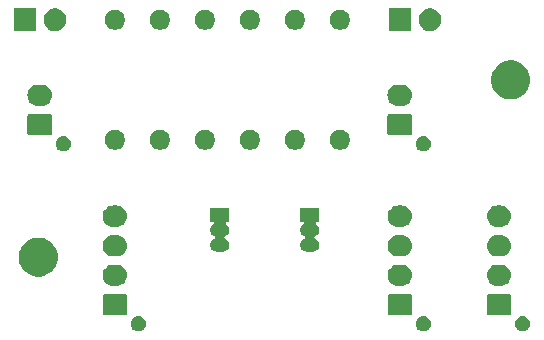
<source format=gbr>
G04 #@! TF.GenerationSoftware,KiCad,Pcbnew,(5.1.5)-3*
G04 #@! TF.CreationDate,2021-01-31T20:42:47+11:00*
G04 #@! TF.ProjectId,I2C_Interface,4932435f-496e-4746-9572-666163652e6b,rev?*
G04 #@! TF.SameCoordinates,Original*
G04 #@! TF.FileFunction,Soldermask,Top*
G04 #@! TF.FilePolarity,Negative*
%FSLAX46Y46*%
G04 Gerber Fmt 4.6, Leading zero omitted, Abs format (unit mm)*
G04 Created by KiCad (PCBNEW (5.1.5)-3) date 2021-01-31 20:42:47*
%MOMM*%
%LPD*%
G04 APERTURE LIST*
%ADD10C,0.100000*%
G04 APERTURE END LIST*
D10*
G36*
X192189890Y-113004017D02*
G01*
X192308364Y-113053091D01*
X192414988Y-113124335D01*
X192505665Y-113215012D01*
X192576909Y-113321636D01*
X192625983Y-113440110D01*
X192651000Y-113565882D01*
X192651000Y-113694118D01*
X192625983Y-113819890D01*
X192576909Y-113938364D01*
X192505665Y-114044988D01*
X192414988Y-114135665D01*
X192308364Y-114206909D01*
X192308363Y-114206910D01*
X192308362Y-114206910D01*
X192189890Y-114255983D01*
X192064119Y-114281000D01*
X191935881Y-114281000D01*
X191810110Y-114255983D01*
X191691638Y-114206910D01*
X191691637Y-114206910D01*
X191691636Y-114206909D01*
X191585012Y-114135665D01*
X191494335Y-114044988D01*
X191423091Y-113938364D01*
X191374017Y-113819890D01*
X191349000Y-113694118D01*
X191349000Y-113565882D01*
X191374017Y-113440110D01*
X191423091Y-113321636D01*
X191494335Y-113215012D01*
X191585012Y-113124335D01*
X191691636Y-113053091D01*
X191810110Y-113004017D01*
X191935881Y-112979000D01*
X192064119Y-112979000D01*
X192189890Y-113004017D01*
G37*
G36*
X159669890Y-113004017D02*
G01*
X159788364Y-113053091D01*
X159894988Y-113124335D01*
X159985665Y-113215012D01*
X160056909Y-113321636D01*
X160105983Y-113440110D01*
X160131000Y-113565882D01*
X160131000Y-113694118D01*
X160105983Y-113819890D01*
X160056909Y-113938364D01*
X159985665Y-114044988D01*
X159894988Y-114135665D01*
X159788364Y-114206909D01*
X159788363Y-114206910D01*
X159788362Y-114206910D01*
X159669890Y-114255983D01*
X159544119Y-114281000D01*
X159415881Y-114281000D01*
X159290110Y-114255983D01*
X159171638Y-114206910D01*
X159171637Y-114206910D01*
X159171636Y-114206909D01*
X159065012Y-114135665D01*
X158974335Y-114044988D01*
X158903091Y-113938364D01*
X158854017Y-113819890D01*
X158829000Y-113694118D01*
X158829000Y-113565882D01*
X158854017Y-113440110D01*
X158903091Y-113321636D01*
X158974335Y-113215012D01*
X159065012Y-113124335D01*
X159171636Y-113053091D01*
X159290110Y-113004017D01*
X159415881Y-112979000D01*
X159544119Y-112979000D01*
X159669890Y-113004017D01*
G37*
G36*
X183799890Y-113004017D02*
G01*
X183918364Y-113053091D01*
X184024988Y-113124335D01*
X184115665Y-113215012D01*
X184186909Y-113321636D01*
X184235983Y-113440110D01*
X184261000Y-113565882D01*
X184261000Y-113694118D01*
X184235983Y-113819890D01*
X184186909Y-113938364D01*
X184115665Y-114044988D01*
X184024988Y-114135665D01*
X183918364Y-114206909D01*
X183918363Y-114206910D01*
X183918362Y-114206910D01*
X183799890Y-114255983D01*
X183674119Y-114281000D01*
X183545881Y-114281000D01*
X183420110Y-114255983D01*
X183301638Y-114206910D01*
X183301637Y-114206910D01*
X183301636Y-114206909D01*
X183195012Y-114135665D01*
X183104335Y-114044988D01*
X183033091Y-113938364D01*
X182984017Y-113819890D01*
X182959000Y-113694118D01*
X182959000Y-113565882D01*
X182984017Y-113440110D01*
X183033091Y-113321636D01*
X183104335Y-113215012D01*
X183195012Y-113124335D01*
X183301636Y-113053091D01*
X183420110Y-113004017D01*
X183545881Y-112979000D01*
X183674119Y-112979000D01*
X183799890Y-113004017D01*
G37*
G36*
X158363600Y-111132989D02*
G01*
X158396652Y-111143015D01*
X158427103Y-111159292D01*
X158453799Y-111181201D01*
X158475708Y-111207897D01*
X158491985Y-111238348D01*
X158502011Y-111271400D01*
X158506000Y-111311903D01*
X158506000Y-112748097D01*
X158502011Y-112788600D01*
X158491985Y-112821652D01*
X158475708Y-112852103D01*
X158453799Y-112878799D01*
X158427103Y-112900708D01*
X158396652Y-112916985D01*
X158363600Y-112927011D01*
X158323097Y-112931000D01*
X156636903Y-112931000D01*
X156596400Y-112927011D01*
X156563348Y-112916985D01*
X156532897Y-112900708D01*
X156506201Y-112878799D01*
X156484292Y-112852103D01*
X156468015Y-112821652D01*
X156457989Y-112788600D01*
X156454000Y-112748097D01*
X156454000Y-111311903D01*
X156457989Y-111271400D01*
X156468015Y-111238348D01*
X156484292Y-111207897D01*
X156506201Y-111181201D01*
X156532897Y-111159292D01*
X156563348Y-111143015D01*
X156596400Y-111132989D01*
X156636903Y-111129000D01*
X158323097Y-111129000D01*
X158363600Y-111132989D01*
G37*
G36*
X182493600Y-111132989D02*
G01*
X182526652Y-111143015D01*
X182557103Y-111159292D01*
X182583799Y-111181201D01*
X182605708Y-111207897D01*
X182621985Y-111238348D01*
X182632011Y-111271400D01*
X182636000Y-111311903D01*
X182636000Y-112748097D01*
X182632011Y-112788600D01*
X182621985Y-112821652D01*
X182605708Y-112852103D01*
X182583799Y-112878799D01*
X182557103Y-112900708D01*
X182526652Y-112916985D01*
X182493600Y-112927011D01*
X182453097Y-112931000D01*
X180766903Y-112931000D01*
X180726400Y-112927011D01*
X180693348Y-112916985D01*
X180662897Y-112900708D01*
X180636201Y-112878799D01*
X180614292Y-112852103D01*
X180598015Y-112821652D01*
X180587989Y-112788600D01*
X180584000Y-112748097D01*
X180584000Y-111311903D01*
X180587989Y-111271400D01*
X180598015Y-111238348D01*
X180614292Y-111207897D01*
X180636201Y-111181201D01*
X180662897Y-111159292D01*
X180693348Y-111143015D01*
X180726400Y-111132989D01*
X180766903Y-111129000D01*
X182453097Y-111129000D01*
X182493600Y-111132989D01*
G37*
G36*
X190883600Y-111132989D02*
G01*
X190916652Y-111143015D01*
X190947103Y-111159292D01*
X190973799Y-111181201D01*
X190995708Y-111207897D01*
X191011985Y-111238348D01*
X191022011Y-111271400D01*
X191026000Y-111311903D01*
X191026000Y-112748097D01*
X191022011Y-112788600D01*
X191011985Y-112821652D01*
X190995708Y-112852103D01*
X190973799Y-112878799D01*
X190947103Y-112900708D01*
X190916652Y-112916985D01*
X190883600Y-112927011D01*
X190843097Y-112931000D01*
X189156903Y-112931000D01*
X189116400Y-112927011D01*
X189083348Y-112916985D01*
X189052897Y-112900708D01*
X189026201Y-112878799D01*
X189004292Y-112852103D01*
X188988015Y-112821652D01*
X188977989Y-112788600D01*
X188974000Y-112748097D01*
X188974000Y-111311903D01*
X188977989Y-111271400D01*
X188988015Y-111238348D01*
X189004292Y-111207897D01*
X189026201Y-111181201D01*
X189052897Y-111159292D01*
X189083348Y-111143015D01*
X189116400Y-111132989D01*
X189156903Y-111129000D01*
X190843097Y-111129000D01*
X190883600Y-111132989D01*
G37*
G36*
X190235443Y-108635519D02*
G01*
X190301627Y-108642037D01*
X190471466Y-108693557D01*
X190627991Y-108777222D01*
X190663729Y-108806552D01*
X190765186Y-108889814D01*
X190848448Y-108991271D01*
X190877778Y-109027009D01*
X190961443Y-109183534D01*
X191012963Y-109353373D01*
X191030359Y-109530000D01*
X191012963Y-109706627D01*
X190961443Y-109876466D01*
X190877778Y-110032991D01*
X190848448Y-110068729D01*
X190765186Y-110170186D01*
X190663729Y-110253448D01*
X190627991Y-110282778D01*
X190471466Y-110366443D01*
X190301627Y-110417963D01*
X190235443Y-110424481D01*
X190169260Y-110431000D01*
X189830740Y-110431000D01*
X189764557Y-110424481D01*
X189698373Y-110417963D01*
X189528534Y-110366443D01*
X189372009Y-110282778D01*
X189336271Y-110253448D01*
X189234814Y-110170186D01*
X189151552Y-110068729D01*
X189122222Y-110032991D01*
X189038557Y-109876466D01*
X188987037Y-109706627D01*
X188969641Y-109530000D01*
X188987037Y-109353373D01*
X189038557Y-109183534D01*
X189122222Y-109027009D01*
X189151552Y-108991271D01*
X189234814Y-108889814D01*
X189336271Y-108806552D01*
X189372009Y-108777222D01*
X189528534Y-108693557D01*
X189698373Y-108642037D01*
X189764557Y-108635519D01*
X189830740Y-108629000D01*
X190169260Y-108629000D01*
X190235443Y-108635519D01*
G37*
G36*
X181845443Y-108635519D02*
G01*
X181911627Y-108642037D01*
X182081466Y-108693557D01*
X182237991Y-108777222D01*
X182273729Y-108806552D01*
X182375186Y-108889814D01*
X182458448Y-108991271D01*
X182487778Y-109027009D01*
X182571443Y-109183534D01*
X182622963Y-109353373D01*
X182640359Y-109530000D01*
X182622963Y-109706627D01*
X182571443Y-109876466D01*
X182487778Y-110032991D01*
X182458448Y-110068729D01*
X182375186Y-110170186D01*
X182273729Y-110253448D01*
X182237991Y-110282778D01*
X182081466Y-110366443D01*
X181911627Y-110417963D01*
X181845443Y-110424481D01*
X181779260Y-110431000D01*
X181440740Y-110431000D01*
X181374557Y-110424481D01*
X181308373Y-110417963D01*
X181138534Y-110366443D01*
X180982009Y-110282778D01*
X180946271Y-110253448D01*
X180844814Y-110170186D01*
X180761552Y-110068729D01*
X180732222Y-110032991D01*
X180648557Y-109876466D01*
X180597037Y-109706627D01*
X180579641Y-109530000D01*
X180597037Y-109353373D01*
X180648557Y-109183534D01*
X180732222Y-109027009D01*
X180761552Y-108991271D01*
X180844814Y-108889814D01*
X180946271Y-108806552D01*
X180982009Y-108777222D01*
X181138534Y-108693557D01*
X181308373Y-108642037D01*
X181374557Y-108635519D01*
X181440740Y-108629000D01*
X181779260Y-108629000D01*
X181845443Y-108635519D01*
G37*
G36*
X157715443Y-108635519D02*
G01*
X157781627Y-108642037D01*
X157951466Y-108693557D01*
X158107991Y-108777222D01*
X158143729Y-108806552D01*
X158245186Y-108889814D01*
X158328448Y-108991271D01*
X158357778Y-109027009D01*
X158441443Y-109183534D01*
X158492963Y-109353373D01*
X158510359Y-109530000D01*
X158492963Y-109706627D01*
X158441443Y-109876466D01*
X158357778Y-110032991D01*
X158328448Y-110068729D01*
X158245186Y-110170186D01*
X158143729Y-110253448D01*
X158107991Y-110282778D01*
X157951466Y-110366443D01*
X157781627Y-110417963D01*
X157715443Y-110424481D01*
X157649260Y-110431000D01*
X157310740Y-110431000D01*
X157244557Y-110424481D01*
X157178373Y-110417963D01*
X157008534Y-110366443D01*
X156852009Y-110282778D01*
X156816271Y-110253448D01*
X156714814Y-110170186D01*
X156631552Y-110068729D01*
X156602222Y-110032991D01*
X156518557Y-109876466D01*
X156467037Y-109706627D01*
X156449641Y-109530000D01*
X156467037Y-109353373D01*
X156518557Y-109183534D01*
X156602222Y-109027009D01*
X156631552Y-108991271D01*
X156714814Y-108889814D01*
X156816271Y-108806552D01*
X156852009Y-108777222D01*
X157008534Y-108693557D01*
X157178373Y-108642037D01*
X157244557Y-108635519D01*
X157310740Y-108629000D01*
X157649260Y-108629000D01*
X157715443Y-108635519D01*
G37*
G36*
X151287911Y-106373924D02*
G01*
X151481579Y-106412447D01*
X151782042Y-106536903D01*
X152052451Y-106717585D01*
X152282415Y-106947549D01*
X152455526Y-107206627D01*
X152463098Y-107217960D01*
X152499550Y-107305963D01*
X152587553Y-107518421D01*
X152651000Y-107837391D01*
X152651000Y-108162609D01*
X152587553Y-108481579D01*
X152463097Y-108782042D01*
X152282415Y-109052451D01*
X152052451Y-109282415D01*
X151782042Y-109463097D01*
X151481579Y-109587553D01*
X151375256Y-109608702D01*
X151162611Y-109651000D01*
X150837389Y-109651000D01*
X150624744Y-109608702D01*
X150518421Y-109587553D01*
X150217958Y-109463097D01*
X149947549Y-109282415D01*
X149717585Y-109052451D01*
X149536903Y-108782042D01*
X149412447Y-108481579D01*
X149349000Y-108162609D01*
X149349000Y-107837391D01*
X149412447Y-107518421D01*
X149500450Y-107305963D01*
X149536902Y-107217960D01*
X149544474Y-107206627D01*
X149717585Y-106947549D01*
X149947549Y-106717585D01*
X150217958Y-106536903D01*
X150518421Y-106412447D01*
X150712089Y-106373924D01*
X150837389Y-106349000D01*
X151162611Y-106349000D01*
X151287911Y-106373924D01*
G37*
G36*
X190235442Y-106135518D02*
G01*
X190301627Y-106142037D01*
X190471466Y-106193557D01*
X190627991Y-106277222D01*
X190659094Y-106302748D01*
X190765186Y-106389814D01*
X190829971Y-106468756D01*
X190877778Y-106527009D01*
X190961443Y-106683534D01*
X191012963Y-106853373D01*
X191030359Y-107030000D01*
X191012963Y-107206627D01*
X190961443Y-107376466D01*
X190877778Y-107532991D01*
X190848448Y-107568729D01*
X190765186Y-107670186D01*
X190663729Y-107753448D01*
X190627991Y-107782778D01*
X190471466Y-107866443D01*
X190301627Y-107917963D01*
X190235443Y-107924481D01*
X190169260Y-107931000D01*
X189830740Y-107931000D01*
X189764557Y-107924481D01*
X189698373Y-107917963D01*
X189528534Y-107866443D01*
X189372009Y-107782778D01*
X189336271Y-107753448D01*
X189234814Y-107670186D01*
X189151552Y-107568729D01*
X189122222Y-107532991D01*
X189038557Y-107376466D01*
X188987037Y-107206627D01*
X188969641Y-107030000D01*
X188987037Y-106853373D01*
X189038557Y-106683534D01*
X189122222Y-106527009D01*
X189170029Y-106468756D01*
X189234814Y-106389814D01*
X189340906Y-106302748D01*
X189372009Y-106277222D01*
X189528534Y-106193557D01*
X189698373Y-106142037D01*
X189764558Y-106135518D01*
X189830740Y-106129000D01*
X190169260Y-106129000D01*
X190235442Y-106135518D01*
G37*
G36*
X181845442Y-106135518D02*
G01*
X181911627Y-106142037D01*
X182081466Y-106193557D01*
X182237991Y-106277222D01*
X182269094Y-106302748D01*
X182375186Y-106389814D01*
X182439971Y-106468756D01*
X182487778Y-106527009D01*
X182571443Y-106683534D01*
X182622963Y-106853373D01*
X182640359Y-107030000D01*
X182622963Y-107206627D01*
X182571443Y-107376466D01*
X182487778Y-107532991D01*
X182458448Y-107568729D01*
X182375186Y-107670186D01*
X182273729Y-107753448D01*
X182237991Y-107782778D01*
X182081466Y-107866443D01*
X181911627Y-107917963D01*
X181845443Y-107924481D01*
X181779260Y-107931000D01*
X181440740Y-107931000D01*
X181374557Y-107924481D01*
X181308373Y-107917963D01*
X181138534Y-107866443D01*
X180982009Y-107782778D01*
X180946271Y-107753448D01*
X180844814Y-107670186D01*
X180761552Y-107568729D01*
X180732222Y-107532991D01*
X180648557Y-107376466D01*
X180597037Y-107206627D01*
X180579641Y-107030000D01*
X180597037Y-106853373D01*
X180648557Y-106683534D01*
X180732222Y-106527009D01*
X180780029Y-106468756D01*
X180844814Y-106389814D01*
X180950906Y-106302748D01*
X180982009Y-106277222D01*
X181138534Y-106193557D01*
X181308373Y-106142037D01*
X181374558Y-106135518D01*
X181440740Y-106129000D01*
X181779260Y-106129000D01*
X181845442Y-106135518D01*
G37*
G36*
X157715442Y-106135518D02*
G01*
X157781627Y-106142037D01*
X157951466Y-106193557D01*
X158107991Y-106277222D01*
X158139094Y-106302748D01*
X158245186Y-106389814D01*
X158309971Y-106468756D01*
X158357778Y-106527009D01*
X158441443Y-106683534D01*
X158492963Y-106853373D01*
X158510359Y-107030000D01*
X158492963Y-107206627D01*
X158441443Y-107376466D01*
X158357778Y-107532991D01*
X158328448Y-107568729D01*
X158245186Y-107670186D01*
X158143729Y-107753448D01*
X158107991Y-107782778D01*
X157951466Y-107866443D01*
X157781627Y-107917963D01*
X157715443Y-107924481D01*
X157649260Y-107931000D01*
X157310740Y-107931000D01*
X157244557Y-107924481D01*
X157178373Y-107917963D01*
X157008534Y-107866443D01*
X156852009Y-107782778D01*
X156816271Y-107753448D01*
X156714814Y-107670186D01*
X156631552Y-107568729D01*
X156602222Y-107532991D01*
X156518557Y-107376466D01*
X156467037Y-107206627D01*
X156449641Y-107030000D01*
X156467037Y-106853373D01*
X156518557Y-106683534D01*
X156602222Y-106527009D01*
X156650029Y-106468756D01*
X156714814Y-106389814D01*
X156820906Y-106302748D01*
X156852009Y-106277222D01*
X157008534Y-106193557D01*
X157178373Y-106142037D01*
X157244558Y-106135518D01*
X157310740Y-106129000D01*
X157649260Y-106129000D01*
X157715442Y-106135518D01*
G37*
G36*
X167171000Y-104986000D02*
G01*
X167006660Y-104986000D01*
X166982274Y-104988402D01*
X166958825Y-104995515D01*
X166937214Y-105007066D01*
X166918272Y-105022611D01*
X166902727Y-105041553D01*
X166891176Y-105063164D01*
X166884063Y-105086613D01*
X166881661Y-105110999D01*
X166884063Y-105135385D01*
X166891176Y-105158834D01*
X166902727Y-105180445D01*
X166918272Y-105199387D01*
X166927345Y-105207609D01*
X167004264Y-105270736D01*
X167076244Y-105358443D01*
X167108058Y-105417963D01*
X167129728Y-105458505D01*
X167129729Y-105458508D01*
X167162666Y-105567084D01*
X167173787Y-105680000D01*
X167162666Y-105792916D01*
X167129729Y-105901492D01*
X167129728Y-105901495D01*
X167110429Y-105937601D01*
X167076244Y-106001557D01*
X167004264Y-106089264D01*
X166916557Y-106161244D01*
X166835141Y-106204761D01*
X166814766Y-106218375D01*
X166797439Y-106235702D01*
X166783826Y-106256076D01*
X166774448Y-106278715D01*
X166769668Y-106302748D01*
X166769668Y-106327252D01*
X166774448Y-106351285D01*
X166783826Y-106373924D01*
X166797440Y-106394299D01*
X166814767Y-106411626D01*
X166835141Y-106425239D01*
X166916557Y-106468756D01*
X167004264Y-106540736D01*
X167076244Y-106628443D01*
X167105689Y-106683532D01*
X167129728Y-106728505D01*
X167129729Y-106728508D01*
X167162666Y-106837084D01*
X167173787Y-106950000D01*
X167162666Y-107062916D01*
X167129729Y-107171492D01*
X167129728Y-107171495D01*
X167110950Y-107206625D01*
X167076244Y-107271557D01*
X167004264Y-107359264D01*
X166916557Y-107431244D01*
X166852601Y-107465429D01*
X166816495Y-107484728D01*
X166816492Y-107484729D01*
X166707916Y-107517666D01*
X166623298Y-107526000D01*
X166116702Y-107526000D01*
X166032084Y-107517666D01*
X165923508Y-107484729D01*
X165923505Y-107484728D01*
X165887399Y-107465429D01*
X165823443Y-107431244D01*
X165735736Y-107359264D01*
X165663756Y-107271557D01*
X165629050Y-107206625D01*
X165610272Y-107171495D01*
X165610271Y-107171492D01*
X165577334Y-107062916D01*
X165566213Y-106950000D01*
X165577334Y-106837084D01*
X165610271Y-106728508D01*
X165610272Y-106728505D01*
X165634311Y-106683532D01*
X165663756Y-106628443D01*
X165735736Y-106540736D01*
X165823443Y-106468756D01*
X165904859Y-106425239D01*
X165925234Y-106411625D01*
X165942561Y-106394298D01*
X165956174Y-106373924D01*
X165965552Y-106351285D01*
X165970332Y-106327252D01*
X165970332Y-106302748D01*
X165965552Y-106278715D01*
X165956174Y-106256076D01*
X165942560Y-106235701D01*
X165925233Y-106218374D01*
X165904859Y-106204761D01*
X165823443Y-106161244D01*
X165735736Y-106089264D01*
X165663756Y-106001557D01*
X165629571Y-105937601D01*
X165610272Y-105901495D01*
X165610271Y-105901492D01*
X165577334Y-105792916D01*
X165566213Y-105680000D01*
X165577334Y-105567084D01*
X165610271Y-105458508D01*
X165610272Y-105458505D01*
X165631942Y-105417963D01*
X165663756Y-105358443D01*
X165735736Y-105270736D01*
X165812646Y-105207617D01*
X165829965Y-105190298D01*
X165843579Y-105169923D01*
X165852957Y-105147284D01*
X165857737Y-105123251D01*
X165857737Y-105098747D01*
X165852957Y-105074714D01*
X165843579Y-105052075D01*
X165829966Y-105031701D01*
X165812639Y-105014374D01*
X165792264Y-105000760D01*
X165769625Y-104991382D01*
X165745592Y-104986602D01*
X165733340Y-104986000D01*
X165569000Y-104986000D01*
X165569000Y-103834000D01*
X167171000Y-103834000D01*
X167171000Y-104986000D01*
G37*
G36*
X174791000Y-104986000D02*
G01*
X174626660Y-104986000D01*
X174602274Y-104988402D01*
X174578825Y-104995515D01*
X174557214Y-105007066D01*
X174538272Y-105022611D01*
X174522727Y-105041553D01*
X174511176Y-105063164D01*
X174504063Y-105086613D01*
X174501661Y-105110999D01*
X174504063Y-105135385D01*
X174511176Y-105158834D01*
X174522727Y-105180445D01*
X174538272Y-105199387D01*
X174547345Y-105207609D01*
X174624264Y-105270736D01*
X174696244Y-105358443D01*
X174728058Y-105417963D01*
X174749728Y-105458505D01*
X174749729Y-105458508D01*
X174782666Y-105567084D01*
X174793787Y-105680000D01*
X174782666Y-105792916D01*
X174749729Y-105901492D01*
X174749728Y-105901495D01*
X174730429Y-105937601D01*
X174696244Y-106001557D01*
X174624264Y-106089264D01*
X174536557Y-106161244D01*
X174455141Y-106204761D01*
X174434766Y-106218375D01*
X174417439Y-106235702D01*
X174403826Y-106256076D01*
X174394448Y-106278715D01*
X174389668Y-106302748D01*
X174389668Y-106327252D01*
X174394448Y-106351285D01*
X174403826Y-106373924D01*
X174417440Y-106394299D01*
X174434767Y-106411626D01*
X174455141Y-106425239D01*
X174536557Y-106468756D01*
X174624264Y-106540736D01*
X174696244Y-106628443D01*
X174725689Y-106683532D01*
X174749728Y-106728505D01*
X174749729Y-106728508D01*
X174782666Y-106837084D01*
X174793787Y-106950000D01*
X174782666Y-107062916D01*
X174749729Y-107171492D01*
X174749728Y-107171495D01*
X174730950Y-107206625D01*
X174696244Y-107271557D01*
X174624264Y-107359264D01*
X174536557Y-107431244D01*
X174472601Y-107465429D01*
X174436495Y-107484728D01*
X174436492Y-107484729D01*
X174327916Y-107517666D01*
X174243298Y-107526000D01*
X173736702Y-107526000D01*
X173652084Y-107517666D01*
X173543508Y-107484729D01*
X173543505Y-107484728D01*
X173507399Y-107465429D01*
X173443443Y-107431244D01*
X173355736Y-107359264D01*
X173283756Y-107271557D01*
X173249050Y-107206625D01*
X173230272Y-107171495D01*
X173230271Y-107171492D01*
X173197334Y-107062916D01*
X173186213Y-106950000D01*
X173197334Y-106837084D01*
X173230271Y-106728508D01*
X173230272Y-106728505D01*
X173254311Y-106683532D01*
X173283756Y-106628443D01*
X173355736Y-106540736D01*
X173443443Y-106468756D01*
X173524859Y-106425239D01*
X173545234Y-106411625D01*
X173562561Y-106394298D01*
X173576174Y-106373924D01*
X173585552Y-106351285D01*
X173590332Y-106327252D01*
X173590332Y-106302748D01*
X173585552Y-106278715D01*
X173576174Y-106256076D01*
X173562560Y-106235701D01*
X173545233Y-106218374D01*
X173524859Y-106204761D01*
X173443443Y-106161244D01*
X173355736Y-106089264D01*
X173283756Y-106001557D01*
X173249571Y-105937601D01*
X173230272Y-105901495D01*
X173230271Y-105901492D01*
X173197334Y-105792916D01*
X173186213Y-105680000D01*
X173197334Y-105567084D01*
X173230271Y-105458508D01*
X173230272Y-105458505D01*
X173251942Y-105417963D01*
X173283756Y-105358443D01*
X173355736Y-105270736D01*
X173432646Y-105207617D01*
X173449965Y-105190298D01*
X173463579Y-105169923D01*
X173472957Y-105147284D01*
X173477737Y-105123251D01*
X173477737Y-105098747D01*
X173472957Y-105074714D01*
X173463579Y-105052075D01*
X173449966Y-105031701D01*
X173432639Y-105014374D01*
X173412264Y-105000760D01*
X173389625Y-104991382D01*
X173365592Y-104986602D01*
X173353340Y-104986000D01*
X173189000Y-104986000D01*
X173189000Y-103834000D01*
X174791000Y-103834000D01*
X174791000Y-104986000D01*
G37*
G36*
X157715442Y-103635518D02*
G01*
X157781627Y-103642037D01*
X157951466Y-103693557D01*
X158107991Y-103777222D01*
X158143729Y-103806552D01*
X158245186Y-103889814D01*
X158328448Y-103991271D01*
X158357778Y-104027009D01*
X158441443Y-104183534D01*
X158492963Y-104353373D01*
X158510359Y-104530000D01*
X158492963Y-104706627D01*
X158441443Y-104876466D01*
X158357778Y-105032991D01*
X158350751Y-105041553D01*
X158245186Y-105170186D01*
X158143729Y-105253448D01*
X158107991Y-105282778D01*
X157951466Y-105366443D01*
X157781627Y-105417963D01*
X157715443Y-105424481D01*
X157649260Y-105431000D01*
X157310740Y-105431000D01*
X157244557Y-105424481D01*
X157178373Y-105417963D01*
X157008534Y-105366443D01*
X156852009Y-105282778D01*
X156816271Y-105253448D01*
X156714814Y-105170186D01*
X156609249Y-105041553D01*
X156602222Y-105032991D01*
X156518557Y-104876466D01*
X156467037Y-104706627D01*
X156449641Y-104530000D01*
X156467037Y-104353373D01*
X156518557Y-104183534D01*
X156602222Y-104027009D01*
X156631552Y-103991271D01*
X156714814Y-103889814D01*
X156816271Y-103806552D01*
X156852009Y-103777222D01*
X157008534Y-103693557D01*
X157178373Y-103642037D01*
X157244557Y-103635519D01*
X157310740Y-103629000D01*
X157649260Y-103629000D01*
X157715442Y-103635518D01*
G37*
G36*
X181845442Y-103635518D02*
G01*
X181911627Y-103642037D01*
X182081466Y-103693557D01*
X182237991Y-103777222D01*
X182273729Y-103806552D01*
X182375186Y-103889814D01*
X182458448Y-103991271D01*
X182487778Y-104027009D01*
X182571443Y-104183534D01*
X182622963Y-104353373D01*
X182640359Y-104530000D01*
X182622963Y-104706627D01*
X182571443Y-104876466D01*
X182487778Y-105032991D01*
X182480751Y-105041553D01*
X182375186Y-105170186D01*
X182273729Y-105253448D01*
X182237991Y-105282778D01*
X182081466Y-105366443D01*
X181911627Y-105417963D01*
X181845443Y-105424481D01*
X181779260Y-105431000D01*
X181440740Y-105431000D01*
X181374557Y-105424481D01*
X181308373Y-105417963D01*
X181138534Y-105366443D01*
X180982009Y-105282778D01*
X180946271Y-105253448D01*
X180844814Y-105170186D01*
X180739249Y-105041553D01*
X180732222Y-105032991D01*
X180648557Y-104876466D01*
X180597037Y-104706627D01*
X180579641Y-104530000D01*
X180597037Y-104353373D01*
X180648557Y-104183534D01*
X180732222Y-104027009D01*
X180761552Y-103991271D01*
X180844814Y-103889814D01*
X180946271Y-103806552D01*
X180982009Y-103777222D01*
X181138534Y-103693557D01*
X181308373Y-103642037D01*
X181374557Y-103635519D01*
X181440740Y-103629000D01*
X181779260Y-103629000D01*
X181845442Y-103635518D01*
G37*
G36*
X190235442Y-103635518D02*
G01*
X190301627Y-103642037D01*
X190471466Y-103693557D01*
X190627991Y-103777222D01*
X190663729Y-103806552D01*
X190765186Y-103889814D01*
X190848448Y-103991271D01*
X190877778Y-104027009D01*
X190961443Y-104183534D01*
X191012963Y-104353373D01*
X191030359Y-104530000D01*
X191012963Y-104706627D01*
X190961443Y-104876466D01*
X190877778Y-105032991D01*
X190870751Y-105041553D01*
X190765186Y-105170186D01*
X190663729Y-105253448D01*
X190627991Y-105282778D01*
X190471466Y-105366443D01*
X190301627Y-105417963D01*
X190235443Y-105424481D01*
X190169260Y-105431000D01*
X189830740Y-105431000D01*
X189764557Y-105424481D01*
X189698373Y-105417963D01*
X189528534Y-105366443D01*
X189372009Y-105282778D01*
X189336271Y-105253448D01*
X189234814Y-105170186D01*
X189129249Y-105041553D01*
X189122222Y-105032991D01*
X189038557Y-104876466D01*
X188987037Y-104706627D01*
X188969641Y-104530000D01*
X188987037Y-104353373D01*
X189038557Y-104183534D01*
X189122222Y-104027009D01*
X189151552Y-103991271D01*
X189234814Y-103889814D01*
X189336271Y-103806552D01*
X189372009Y-103777222D01*
X189528534Y-103693557D01*
X189698373Y-103642037D01*
X189764557Y-103635519D01*
X189830740Y-103629000D01*
X190169260Y-103629000D01*
X190235442Y-103635518D01*
G37*
G36*
X183799890Y-97764017D02*
G01*
X183915178Y-97811771D01*
X183918364Y-97813091D01*
X184024988Y-97884335D01*
X184115665Y-97975012D01*
X184186910Y-98081638D01*
X184235983Y-98200110D01*
X184261000Y-98325881D01*
X184261000Y-98454119D01*
X184235983Y-98579890D01*
X184186909Y-98698364D01*
X184115665Y-98804988D01*
X184024988Y-98895665D01*
X183918364Y-98966909D01*
X183918363Y-98966910D01*
X183918362Y-98966910D01*
X183799890Y-99015983D01*
X183674119Y-99041000D01*
X183545881Y-99041000D01*
X183420110Y-99015983D01*
X183301638Y-98966910D01*
X183301637Y-98966910D01*
X183301636Y-98966909D01*
X183195012Y-98895665D01*
X183104335Y-98804988D01*
X183033091Y-98698364D01*
X182984017Y-98579890D01*
X182959000Y-98454119D01*
X182959000Y-98325881D01*
X182984017Y-98200110D01*
X183033090Y-98081638D01*
X183104335Y-97975012D01*
X183195012Y-97884335D01*
X183301636Y-97813091D01*
X183304823Y-97811771D01*
X183420110Y-97764017D01*
X183545881Y-97739000D01*
X183674119Y-97739000D01*
X183799890Y-97764017D01*
G37*
G36*
X153319890Y-97764017D02*
G01*
X153435178Y-97811771D01*
X153438364Y-97813091D01*
X153544988Y-97884335D01*
X153635665Y-97975012D01*
X153706910Y-98081638D01*
X153755983Y-98200110D01*
X153781000Y-98325881D01*
X153781000Y-98454119D01*
X153755983Y-98579890D01*
X153706909Y-98698364D01*
X153635665Y-98804988D01*
X153544988Y-98895665D01*
X153438364Y-98966909D01*
X153438363Y-98966910D01*
X153438362Y-98966910D01*
X153319890Y-99015983D01*
X153194119Y-99041000D01*
X153065881Y-99041000D01*
X152940110Y-99015983D01*
X152821638Y-98966910D01*
X152821637Y-98966910D01*
X152821636Y-98966909D01*
X152715012Y-98895665D01*
X152624335Y-98804988D01*
X152553091Y-98698364D01*
X152504017Y-98579890D01*
X152479000Y-98454119D01*
X152479000Y-98325881D01*
X152504017Y-98200110D01*
X152553090Y-98081638D01*
X152624335Y-97975012D01*
X152715012Y-97884335D01*
X152821636Y-97813091D01*
X152824823Y-97811771D01*
X152940110Y-97764017D01*
X153065881Y-97739000D01*
X153194119Y-97739000D01*
X153319890Y-97764017D01*
G37*
G36*
X161538228Y-97241703D02*
G01*
X161693100Y-97305853D01*
X161832481Y-97398985D01*
X161951015Y-97517519D01*
X162044147Y-97656900D01*
X162108297Y-97811772D01*
X162141000Y-97976184D01*
X162141000Y-98143816D01*
X162108297Y-98308228D01*
X162044147Y-98463100D01*
X161951015Y-98602481D01*
X161832481Y-98721015D01*
X161693100Y-98814147D01*
X161538228Y-98878297D01*
X161373816Y-98911000D01*
X161206184Y-98911000D01*
X161041772Y-98878297D01*
X160886900Y-98814147D01*
X160747519Y-98721015D01*
X160628985Y-98602481D01*
X160535853Y-98463100D01*
X160471703Y-98308228D01*
X160439000Y-98143816D01*
X160439000Y-97976184D01*
X160471703Y-97811772D01*
X160535853Y-97656900D01*
X160628985Y-97517519D01*
X160747519Y-97398985D01*
X160886900Y-97305853D01*
X161041772Y-97241703D01*
X161206184Y-97209000D01*
X161373816Y-97209000D01*
X161538228Y-97241703D01*
G37*
G36*
X157728228Y-97241703D02*
G01*
X157883100Y-97305853D01*
X158022481Y-97398985D01*
X158141015Y-97517519D01*
X158234147Y-97656900D01*
X158298297Y-97811772D01*
X158331000Y-97976184D01*
X158331000Y-98143816D01*
X158298297Y-98308228D01*
X158234147Y-98463100D01*
X158141015Y-98602481D01*
X158022481Y-98721015D01*
X157883100Y-98814147D01*
X157728228Y-98878297D01*
X157563816Y-98911000D01*
X157396184Y-98911000D01*
X157231772Y-98878297D01*
X157076900Y-98814147D01*
X156937519Y-98721015D01*
X156818985Y-98602481D01*
X156725853Y-98463100D01*
X156661703Y-98308228D01*
X156629000Y-98143816D01*
X156629000Y-97976184D01*
X156661703Y-97811772D01*
X156725853Y-97656900D01*
X156818985Y-97517519D01*
X156937519Y-97398985D01*
X157076900Y-97305853D01*
X157231772Y-97241703D01*
X157396184Y-97209000D01*
X157563816Y-97209000D01*
X157728228Y-97241703D01*
G37*
G36*
X165348228Y-97241703D02*
G01*
X165503100Y-97305853D01*
X165642481Y-97398985D01*
X165761015Y-97517519D01*
X165854147Y-97656900D01*
X165918297Y-97811772D01*
X165951000Y-97976184D01*
X165951000Y-98143816D01*
X165918297Y-98308228D01*
X165854147Y-98463100D01*
X165761015Y-98602481D01*
X165642481Y-98721015D01*
X165503100Y-98814147D01*
X165348228Y-98878297D01*
X165183816Y-98911000D01*
X165016184Y-98911000D01*
X164851772Y-98878297D01*
X164696900Y-98814147D01*
X164557519Y-98721015D01*
X164438985Y-98602481D01*
X164345853Y-98463100D01*
X164281703Y-98308228D01*
X164249000Y-98143816D01*
X164249000Y-97976184D01*
X164281703Y-97811772D01*
X164345853Y-97656900D01*
X164438985Y-97517519D01*
X164557519Y-97398985D01*
X164696900Y-97305853D01*
X164851772Y-97241703D01*
X165016184Y-97209000D01*
X165183816Y-97209000D01*
X165348228Y-97241703D01*
G37*
G36*
X172968228Y-97241703D02*
G01*
X173123100Y-97305853D01*
X173262481Y-97398985D01*
X173381015Y-97517519D01*
X173474147Y-97656900D01*
X173538297Y-97811772D01*
X173571000Y-97976184D01*
X173571000Y-98143816D01*
X173538297Y-98308228D01*
X173474147Y-98463100D01*
X173381015Y-98602481D01*
X173262481Y-98721015D01*
X173123100Y-98814147D01*
X172968228Y-98878297D01*
X172803816Y-98911000D01*
X172636184Y-98911000D01*
X172471772Y-98878297D01*
X172316900Y-98814147D01*
X172177519Y-98721015D01*
X172058985Y-98602481D01*
X171965853Y-98463100D01*
X171901703Y-98308228D01*
X171869000Y-98143816D01*
X171869000Y-97976184D01*
X171901703Y-97811772D01*
X171965853Y-97656900D01*
X172058985Y-97517519D01*
X172177519Y-97398985D01*
X172316900Y-97305853D01*
X172471772Y-97241703D01*
X172636184Y-97209000D01*
X172803816Y-97209000D01*
X172968228Y-97241703D01*
G37*
G36*
X176778228Y-97241703D02*
G01*
X176933100Y-97305853D01*
X177072481Y-97398985D01*
X177191015Y-97517519D01*
X177284147Y-97656900D01*
X177348297Y-97811772D01*
X177381000Y-97976184D01*
X177381000Y-98143816D01*
X177348297Y-98308228D01*
X177284147Y-98463100D01*
X177191015Y-98602481D01*
X177072481Y-98721015D01*
X176933100Y-98814147D01*
X176778228Y-98878297D01*
X176613816Y-98911000D01*
X176446184Y-98911000D01*
X176281772Y-98878297D01*
X176126900Y-98814147D01*
X175987519Y-98721015D01*
X175868985Y-98602481D01*
X175775853Y-98463100D01*
X175711703Y-98308228D01*
X175679000Y-98143816D01*
X175679000Y-97976184D01*
X175711703Y-97811772D01*
X175775853Y-97656900D01*
X175868985Y-97517519D01*
X175987519Y-97398985D01*
X176126900Y-97305853D01*
X176281772Y-97241703D01*
X176446184Y-97209000D01*
X176613816Y-97209000D01*
X176778228Y-97241703D01*
G37*
G36*
X169158228Y-97241703D02*
G01*
X169313100Y-97305853D01*
X169452481Y-97398985D01*
X169571015Y-97517519D01*
X169664147Y-97656900D01*
X169728297Y-97811772D01*
X169761000Y-97976184D01*
X169761000Y-98143816D01*
X169728297Y-98308228D01*
X169664147Y-98463100D01*
X169571015Y-98602481D01*
X169452481Y-98721015D01*
X169313100Y-98814147D01*
X169158228Y-98878297D01*
X168993816Y-98911000D01*
X168826184Y-98911000D01*
X168661772Y-98878297D01*
X168506900Y-98814147D01*
X168367519Y-98721015D01*
X168248985Y-98602481D01*
X168155853Y-98463100D01*
X168091703Y-98308228D01*
X168059000Y-98143816D01*
X168059000Y-97976184D01*
X168091703Y-97811772D01*
X168155853Y-97656900D01*
X168248985Y-97517519D01*
X168367519Y-97398985D01*
X168506900Y-97305853D01*
X168661772Y-97241703D01*
X168826184Y-97209000D01*
X168993816Y-97209000D01*
X169158228Y-97241703D01*
G37*
G36*
X182518600Y-95892989D02*
G01*
X182551652Y-95903015D01*
X182582103Y-95919292D01*
X182608799Y-95941201D01*
X182630708Y-95967897D01*
X182646985Y-95998348D01*
X182657011Y-96031400D01*
X182661000Y-96071903D01*
X182661000Y-97508097D01*
X182657011Y-97548600D01*
X182646985Y-97581652D01*
X182630708Y-97612103D01*
X182608799Y-97638799D01*
X182582103Y-97660708D01*
X182551652Y-97676985D01*
X182518600Y-97687011D01*
X182478097Y-97691000D01*
X180741903Y-97691000D01*
X180701400Y-97687011D01*
X180668348Y-97676985D01*
X180637897Y-97660708D01*
X180611201Y-97638799D01*
X180589292Y-97612103D01*
X180573015Y-97581652D01*
X180562989Y-97548600D01*
X180559000Y-97508097D01*
X180559000Y-96071903D01*
X180562989Y-96031400D01*
X180573015Y-95998348D01*
X180589292Y-95967897D01*
X180611201Y-95941201D01*
X180637897Y-95919292D01*
X180668348Y-95903015D01*
X180701400Y-95892989D01*
X180741903Y-95889000D01*
X182478097Y-95889000D01*
X182518600Y-95892989D01*
G37*
G36*
X152038600Y-95892989D02*
G01*
X152071652Y-95903015D01*
X152102103Y-95919292D01*
X152128799Y-95941201D01*
X152150708Y-95967897D01*
X152166985Y-95998348D01*
X152177011Y-96031400D01*
X152181000Y-96071903D01*
X152181000Y-97508097D01*
X152177011Y-97548600D01*
X152166985Y-97581652D01*
X152150708Y-97612103D01*
X152128799Y-97638799D01*
X152102103Y-97660708D01*
X152071652Y-97676985D01*
X152038600Y-97687011D01*
X151998097Y-97691000D01*
X150261903Y-97691000D01*
X150221400Y-97687011D01*
X150188348Y-97676985D01*
X150157897Y-97660708D01*
X150131201Y-97638799D01*
X150109292Y-97612103D01*
X150093015Y-97581652D01*
X150082989Y-97548600D01*
X150079000Y-97508097D01*
X150079000Y-96071903D01*
X150082989Y-96031400D01*
X150093015Y-95998348D01*
X150109292Y-95967897D01*
X150131201Y-95941201D01*
X150157897Y-95919292D01*
X150188348Y-95903015D01*
X150221400Y-95892989D01*
X150261903Y-95889000D01*
X151998097Y-95889000D01*
X152038600Y-95892989D01*
G37*
G36*
X151390443Y-93395519D02*
G01*
X151456627Y-93402037D01*
X151626466Y-93453557D01*
X151782991Y-93537222D01*
X151818729Y-93566552D01*
X151920186Y-93649814D01*
X152003448Y-93751271D01*
X152032778Y-93787009D01*
X152116443Y-93943534D01*
X152167963Y-94113373D01*
X152185359Y-94290000D01*
X152167963Y-94466627D01*
X152116443Y-94636466D01*
X152032778Y-94792991D01*
X152003448Y-94828729D01*
X151920186Y-94930186D01*
X151818729Y-95013448D01*
X151782991Y-95042778D01*
X151626466Y-95126443D01*
X151456627Y-95177963D01*
X151390443Y-95184481D01*
X151324260Y-95191000D01*
X150935740Y-95191000D01*
X150869557Y-95184481D01*
X150803373Y-95177963D01*
X150633534Y-95126443D01*
X150477009Y-95042778D01*
X150441271Y-95013448D01*
X150339814Y-94930186D01*
X150256552Y-94828729D01*
X150227222Y-94792991D01*
X150143557Y-94636466D01*
X150092037Y-94466627D01*
X150074641Y-94290000D01*
X150092037Y-94113373D01*
X150143557Y-93943534D01*
X150227222Y-93787009D01*
X150256552Y-93751271D01*
X150339814Y-93649814D01*
X150441271Y-93566552D01*
X150477009Y-93537222D01*
X150633534Y-93453557D01*
X150803373Y-93402037D01*
X150869557Y-93395519D01*
X150935740Y-93389000D01*
X151324260Y-93389000D01*
X151390443Y-93395519D01*
G37*
G36*
X181870443Y-93395519D02*
G01*
X181936627Y-93402037D01*
X182106466Y-93453557D01*
X182262991Y-93537222D01*
X182298729Y-93566552D01*
X182400186Y-93649814D01*
X182483448Y-93751271D01*
X182512778Y-93787009D01*
X182596443Y-93943534D01*
X182647963Y-94113373D01*
X182665359Y-94290000D01*
X182647963Y-94466627D01*
X182596443Y-94636466D01*
X182512778Y-94792991D01*
X182483448Y-94828729D01*
X182400186Y-94930186D01*
X182298729Y-95013448D01*
X182262991Y-95042778D01*
X182106466Y-95126443D01*
X181936627Y-95177963D01*
X181870443Y-95184481D01*
X181804260Y-95191000D01*
X181415740Y-95191000D01*
X181349557Y-95184481D01*
X181283373Y-95177963D01*
X181113534Y-95126443D01*
X180957009Y-95042778D01*
X180921271Y-95013448D01*
X180819814Y-94930186D01*
X180736552Y-94828729D01*
X180707222Y-94792991D01*
X180623557Y-94636466D01*
X180572037Y-94466627D01*
X180554641Y-94290000D01*
X180572037Y-94113373D01*
X180623557Y-93943534D01*
X180707222Y-93787009D01*
X180736552Y-93751271D01*
X180819814Y-93649814D01*
X180921271Y-93566552D01*
X180957009Y-93537222D01*
X181113534Y-93453557D01*
X181283373Y-93402037D01*
X181349557Y-93395519D01*
X181415740Y-93389000D01*
X181804260Y-93389000D01*
X181870443Y-93395519D01*
G37*
G36*
X191375256Y-91391298D02*
G01*
X191481579Y-91412447D01*
X191782042Y-91536903D01*
X192052451Y-91717585D01*
X192282415Y-91947549D01*
X192463097Y-92217958D01*
X192587553Y-92518421D01*
X192651000Y-92837391D01*
X192651000Y-93162609D01*
X192587553Y-93481579D01*
X192463097Y-93782042D01*
X192282415Y-94052451D01*
X192052451Y-94282415D01*
X191782042Y-94463097D01*
X191481579Y-94587553D01*
X191375256Y-94608702D01*
X191162611Y-94651000D01*
X190837389Y-94651000D01*
X190624744Y-94608702D01*
X190518421Y-94587553D01*
X190217958Y-94463097D01*
X189947549Y-94282415D01*
X189717585Y-94052451D01*
X189536903Y-93782042D01*
X189412447Y-93481579D01*
X189349000Y-93162609D01*
X189349000Y-92837391D01*
X189412447Y-92518421D01*
X189536903Y-92217958D01*
X189717585Y-91947549D01*
X189947549Y-91717585D01*
X190217958Y-91536903D01*
X190518421Y-91412447D01*
X190624744Y-91391298D01*
X190837389Y-91349000D01*
X191162611Y-91349000D01*
X191375256Y-91391298D01*
G37*
G36*
X182561000Y-88851000D02*
G01*
X180659000Y-88851000D01*
X180659000Y-86949000D01*
X182561000Y-86949000D01*
X182561000Y-88851000D01*
G37*
G36*
X150811000Y-88851000D02*
G01*
X148909000Y-88851000D01*
X148909000Y-86949000D01*
X150811000Y-86949000D01*
X150811000Y-88851000D01*
G37*
G36*
X184427395Y-86985546D02*
G01*
X184600466Y-87057234D01*
X184600467Y-87057235D01*
X184756227Y-87161310D01*
X184888690Y-87293773D01*
X184931284Y-87357520D01*
X184992766Y-87449534D01*
X185064454Y-87622605D01*
X185101000Y-87806333D01*
X185101000Y-87993667D01*
X185064454Y-88177395D01*
X184992766Y-88350466D01*
X184992765Y-88350467D01*
X184888690Y-88506227D01*
X184756227Y-88638690D01*
X184733092Y-88654148D01*
X184600466Y-88742766D01*
X184427395Y-88814454D01*
X184243667Y-88851000D01*
X184056333Y-88851000D01*
X183872605Y-88814454D01*
X183699534Y-88742766D01*
X183566908Y-88654148D01*
X183543773Y-88638690D01*
X183411310Y-88506227D01*
X183307235Y-88350467D01*
X183307234Y-88350466D01*
X183235546Y-88177395D01*
X183199000Y-87993667D01*
X183199000Y-87806333D01*
X183235546Y-87622605D01*
X183307234Y-87449534D01*
X183368716Y-87357520D01*
X183411310Y-87293773D01*
X183543773Y-87161310D01*
X183699533Y-87057235D01*
X183699534Y-87057234D01*
X183872605Y-86985546D01*
X184056333Y-86949000D01*
X184243667Y-86949000D01*
X184427395Y-86985546D01*
G37*
G36*
X152677395Y-86985546D02*
G01*
X152850466Y-87057234D01*
X152850467Y-87057235D01*
X153006227Y-87161310D01*
X153138690Y-87293773D01*
X153181284Y-87357520D01*
X153242766Y-87449534D01*
X153314454Y-87622605D01*
X153351000Y-87806333D01*
X153351000Y-87993667D01*
X153314454Y-88177395D01*
X153242766Y-88350466D01*
X153242765Y-88350467D01*
X153138690Y-88506227D01*
X153006227Y-88638690D01*
X152983092Y-88654148D01*
X152850466Y-88742766D01*
X152677395Y-88814454D01*
X152493667Y-88851000D01*
X152306333Y-88851000D01*
X152122605Y-88814454D01*
X151949534Y-88742766D01*
X151816908Y-88654148D01*
X151793773Y-88638690D01*
X151661310Y-88506227D01*
X151557235Y-88350467D01*
X151557234Y-88350466D01*
X151485546Y-88177395D01*
X151449000Y-87993667D01*
X151449000Y-87806333D01*
X151485546Y-87622605D01*
X151557234Y-87449534D01*
X151618716Y-87357520D01*
X151661310Y-87293773D01*
X151793773Y-87161310D01*
X151949533Y-87057235D01*
X151949534Y-87057234D01*
X152122605Y-86985546D01*
X152306333Y-86949000D01*
X152493667Y-86949000D01*
X152677395Y-86985546D01*
G37*
G36*
X161538228Y-87081703D02*
G01*
X161693100Y-87145853D01*
X161832481Y-87238985D01*
X161951015Y-87357519D01*
X162044147Y-87496900D01*
X162108297Y-87651772D01*
X162141000Y-87816184D01*
X162141000Y-87983816D01*
X162108297Y-88148228D01*
X162044147Y-88303100D01*
X161951015Y-88442481D01*
X161832481Y-88561015D01*
X161693100Y-88654147D01*
X161538228Y-88718297D01*
X161373816Y-88751000D01*
X161206184Y-88751000D01*
X161041772Y-88718297D01*
X160886900Y-88654147D01*
X160747519Y-88561015D01*
X160628985Y-88442481D01*
X160535853Y-88303100D01*
X160471703Y-88148228D01*
X160439000Y-87983816D01*
X160439000Y-87816184D01*
X160471703Y-87651772D01*
X160535853Y-87496900D01*
X160628985Y-87357519D01*
X160747519Y-87238985D01*
X160886900Y-87145853D01*
X161041772Y-87081703D01*
X161206184Y-87049000D01*
X161373816Y-87049000D01*
X161538228Y-87081703D01*
G37*
G36*
X157728228Y-87081703D02*
G01*
X157883100Y-87145853D01*
X158022481Y-87238985D01*
X158141015Y-87357519D01*
X158234147Y-87496900D01*
X158298297Y-87651772D01*
X158331000Y-87816184D01*
X158331000Y-87983816D01*
X158298297Y-88148228D01*
X158234147Y-88303100D01*
X158141015Y-88442481D01*
X158022481Y-88561015D01*
X157883100Y-88654147D01*
X157728228Y-88718297D01*
X157563816Y-88751000D01*
X157396184Y-88751000D01*
X157231772Y-88718297D01*
X157076900Y-88654147D01*
X156937519Y-88561015D01*
X156818985Y-88442481D01*
X156725853Y-88303100D01*
X156661703Y-88148228D01*
X156629000Y-87983816D01*
X156629000Y-87816184D01*
X156661703Y-87651772D01*
X156725853Y-87496900D01*
X156818985Y-87357519D01*
X156937519Y-87238985D01*
X157076900Y-87145853D01*
X157231772Y-87081703D01*
X157396184Y-87049000D01*
X157563816Y-87049000D01*
X157728228Y-87081703D01*
G37*
G36*
X165348228Y-87081703D02*
G01*
X165503100Y-87145853D01*
X165642481Y-87238985D01*
X165761015Y-87357519D01*
X165854147Y-87496900D01*
X165918297Y-87651772D01*
X165951000Y-87816184D01*
X165951000Y-87983816D01*
X165918297Y-88148228D01*
X165854147Y-88303100D01*
X165761015Y-88442481D01*
X165642481Y-88561015D01*
X165503100Y-88654147D01*
X165348228Y-88718297D01*
X165183816Y-88751000D01*
X165016184Y-88751000D01*
X164851772Y-88718297D01*
X164696900Y-88654147D01*
X164557519Y-88561015D01*
X164438985Y-88442481D01*
X164345853Y-88303100D01*
X164281703Y-88148228D01*
X164249000Y-87983816D01*
X164249000Y-87816184D01*
X164281703Y-87651772D01*
X164345853Y-87496900D01*
X164438985Y-87357519D01*
X164557519Y-87238985D01*
X164696900Y-87145853D01*
X164851772Y-87081703D01*
X165016184Y-87049000D01*
X165183816Y-87049000D01*
X165348228Y-87081703D01*
G37*
G36*
X169158228Y-87081703D02*
G01*
X169313100Y-87145853D01*
X169452481Y-87238985D01*
X169571015Y-87357519D01*
X169664147Y-87496900D01*
X169728297Y-87651772D01*
X169761000Y-87816184D01*
X169761000Y-87983816D01*
X169728297Y-88148228D01*
X169664147Y-88303100D01*
X169571015Y-88442481D01*
X169452481Y-88561015D01*
X169313100Y-88654147D01*
X169158228Y-88718297D01*
X168993816Y-88751000D01*
X168826184Y-88751000D01*
X168661772Y-88718297D01*
X168506900Y-88654147D01*
X168367519Y-88561015D01*
X168248985Y-88442481D01*
X168155853Y-88303100D01*
X168091703Y-88148228D01*
X168059000Y-87983816D01*
X168059000Y-87816184D01*
X168091703Y-87651772D01*
X168155853Y-87496900D01*
X168248985Y-87357519D01*
X168367519Y-87238985D01*
X168506900Y-87145853D01*
X168661772Y-87081703D01*
X168826184Y-87049000D01*
X168993816Y-87049000D01*
X169158228Y-87081703D01*
G37*
G36*
X172968228Y-87081703D02*
G01*
X173123100Y-87145853D01*
X173262481Y-87238985D01*
X173381015Y-87357519D01*
X173474147Y-87496900D01*
X173538297Y-87651772D01*
X173571000Y-87816184D01*
X173571000Y-87983816D01*
X173538297Y-88148228D01*
X173474147Y-88303100D01*
X173381015Y-88442481D01*
X173262481Y-88561015D01*
X173123100Y-88654147D01*
X172968228Y-88718297D01*
X172803816Y-88751000D01*
X172636184Y-88751000D01*
X172471772Y-88718297D01*
X172316900Y-88654147D01*
X172177519Y-88561015D01*
X172058985Y-88442481D01*
X171965853Y-88303100D01*
X171901703Y-88148228D01*
X171869000Y-87983816D01*
X171869000Y-87816184D01*
X171901703Y-87651772D01*
X171965853Y-87496900D01*
X172058985Y-87357519D01*
X172177519Y-87238985D01*
X172316900Y-87145853D01*
X172471772Y-87081703D01*
X172636184Y-87049000D01*
X172803816Y-87049000D01*
X172968228Y-87081703D01*
G37*
G36*
X176778228Y-87081703D02*
G01*
X176933100Y-87145853D01*
X177072481Y-87238985D01*
X177191015Y-87357519D01*
X177284147Y-87496900D01*
X177348297Y-87651772D01*
X177381000Y-87816184D01*
X177381000Y-87983816D01*
X177348297Y-88148228D01*
X177284147Y-88303100D01*
X177191015Y-88442481D01*
X177072481Y-88561015D01*
X176933100Y-88654147D01*
X176778228Y-88718297D01*
X176613816Y-88751000D01*
X176446184Y-88751000D01*
X176281772Y-88718297D01*
X176126900Y-88654147D01*
X175987519Y-88561015D01*
X175868985Y-88442481D01*
X175775853Y-88303100D01*
X175711703Y-88148228D01*
X175679000Y-87983816D01*
X175679000Y-87816184D01*
X175711703Y-87651772D01*
X175775853Y-87496900D01*
X175868985Y-87357519D01*
X175987519Y-87238985D01*
X176126900Y-87145853D01*
X176281772Y-87081703D01*
X176446184Y-87049000D01*
X176613816Y-87049000D01*
X176778228Y-87081703D01*
G37*
M02*

</source>
